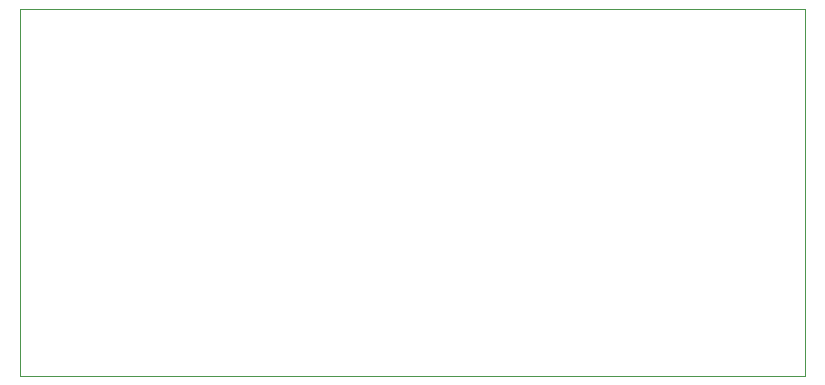
<source format=gbr>
%TF.GenerationSoftware,KiCad,Pcbnew,8.0.8*%
%TF.CreationDate,2025-05-04T21:19:18-07:00*%
%TF.ProjectId,ACL_Angle_Sensor,41434c5f-416e-4676-9c65-5f53656e736f,rev?*%
%TF.SameCoordinates,Original*%
%TF.FileFunction,Profile,NP*%
%FSLAX46Y46*%
G04 Gerber Fmt 4.6, Leading zero omitted, Abs format (unit mm)*
G04 Created by KiCad (PCBNEW 8.0.8) date 2025-05-04 21:19:18*
%MOMM*%
%LPD*%
G01*
G04 APERTURE LIST*
%TA.AperFunction,Profile*%
%ADD10C,0.050000*%
%TD*%
G04 APERTURE END LIST*
D10*
X87000000Y-38000000D02*
X153500000Y-38000000D01*
X153500000Y-69000000D01*
X87000000Y-69000000D01*
X87000000Y-38000000D01*
M02*

</source>
